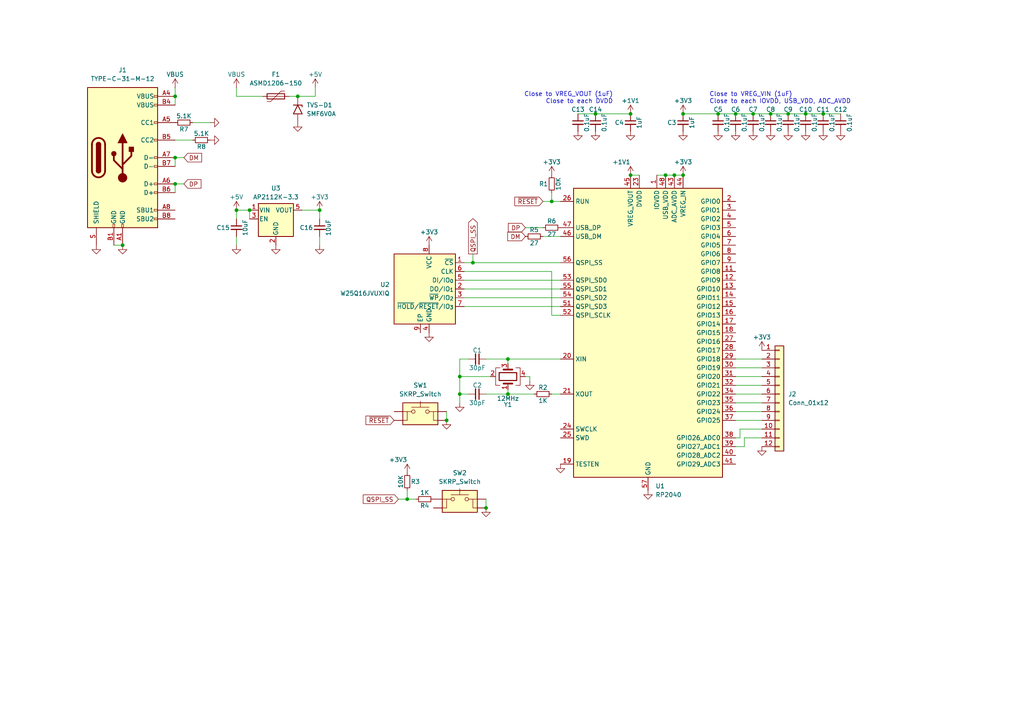
<source format=kicad_sch>
(kicad_sch (version 20250114) (generator "eeschema") (generator_version "9.0")
  (paper "A4")
  (lib_symbols
    (symbol "Connector_Generic:Conn_01x12" (pin_names (offset 1.016) (hide yes))
      (property "Reference" "J" (at 0 15.24 0))
      (property "Value" "Conn_01x12" (at 0 -17.78 0))
      (symbol "Conn_01x12_1_1"
        (rectangle (start -1.27 13.97) (end 1.27 -16.51) (stroke (width 0.254)) (fill (type background)))
        (rectangle (start -1.27 12.827) (end 0 12.573) (stroke (width 0.1524)))
        (rectangle (start -1.27 10.287) (end 0 10.033) (stroke (width 0.1524)))
        (rectangle (start -1.27 7.747) (end 0 7.493) (stroke (width 0.1524)))
        (rectangle (start -1.27 5.207) (end 0 4.953) (stroke (width 0.1524)))
        (rectangle (start -1.27 2.667) (end 0 2.413) (stroke (width 0.1524)))
        (rectangle (start -1.27 0.127) (end 0 -0.127) (stroke (width 0.1524)))
        (rectangle (start -1.27 -2.413) (end 0 -2.667) (stroke (width 0.1524)))
        (rectangle (start -1.27 -4.953) (end 0 -5.207) (stroke (width 0.1524)))
        (rectangle (start -1.27 -7.493) (end 0 -7.747) (stroke (width 0.1524)))
        (rectangle (start -1.27 -10.033) (end 0 -10.287) (stroke (width 0.1524)))
        (rectangle (start -1.27 -12.573) (end 0 -12.827) (stroke (width 0.1524)))
        (rectangle (start -1.27 -15.113) (end 0 -15.367) (stroke (width 0.1524)))
        (pin passive line (at -5.08 12.7 0) (length 3.81) (name "Pin_1") (number "1"))
        (pin passive line (at -5.08 10.16 0) (length 3.81) (name "Pin_2") (number "2"))
        (pin passive line (at -5.08 7.62 0) (length 3.81) (name "Pin_3") (number "3"))
        (pin passive line (at -5.08 5.08 0) (length 3.81) (name "Pin_4") (number "4"))
        (pin passive line (at -5.08 2.54 0) (length 3.81) (name "Pin_5") (number "5"))
        (pin passive line (at -5.08 0 0) (length 3.81) (name "Pin_6") (number "6"))
        (pin passive line (at -5.08 -2.54 0) (length 3.81) (name "Pin_7") (number "7"))
        (pin passive line (at -5.08 -5.08 0) (length 3.81) (name "Pin_8") (number "8"))
        (pin passive line (at -5.08 -7.62 0) (length 3.81) (name "Pin_9") (number "9"))
        (pin passive line (at -5.08 -10.16 0) (length 3.81) (name "Pin_10") (number "10"))
        (pin passive line (at -5.08 -12.7 0) (length 3.81) (name "Pin_11") (number "11"))
        (pin passive line (at -5.08 -15.24 0) (length 3.81) (name "Pin_12") (number "12"))
      )
    )
    (symbol "Device:C_Small" (pin_numbers (hide yes)) (pin_names (offset 0.254) (hide yes))
      (property "Reference" "C" (at 0.254 1.778 0))
      (property "Value" "C_Small" (at 0.254 -2.032 0))
      (symbol "C_Small_0_1"
        (polyline (pts (xy -1.524 0.508) (xy 1.524 0.508)) (stroke (width 0.3048)))
        (polyline (pts (xy -1.524 -0.508) (xy 1.524 -0.508)) (stroke (width 0.3302)))
      )
      (symbol "C_Small_1_1"
        (pin passive line (at 0 2.54 270) (length 2.032) (name "~") (number "1"))
        (pin passive line (at 0 -2.54 90) (length 2.032) (name "~") (number "2"))
      )
    )
    (symbol "Device:Crystal_GND24" (pin_names (offset 1.016) (hide yes))
      (property "Reference" "Y" (at 3.175 5.08 0))
      (property "Value" "Crystal_GND24" (at 3.175 3.175 0))
      (symbol "Crystal_GND24_0_1"
        (polyline (pts (xy -2.54 2.286) (xy -2.54 3.556) (xy 2.54 3.556) (xy 2.54 2.286)))
        (polyline (pts (xy -2.54 0) (xy -2.032 0)))
        (polyline (pts (xy -2.54 -2.286) (xy -2.54 -3.556) (xy 2.54 -3.556) (xy 2.54 -2.286)))
        (polyline (pts (xy -2.032 -1.27) (xy -2.032 1.27)) (stroke (width 0.508)))
        (rectangle (start -1.143 2.54) (end 1.143 -2.54) (stroke (width 0.3048)))
        (polyline (pts (xy 0 3.556) (xy 0 3.81)))
        (polyline (pts (xy 0 -3.81) (xy 0 -3.556)))
        (polyline (pts (xy 2.032 0) (xy 2.54 0)))
        (polyline (pts (xy 2.032 -1.27) (xy 2.032 1.27)) (stroke (width 0.508)))
      )
      (symbol "Crystal_GND24_1_1"
        (pin passive line (at -3.81 0 0) (length 1.27) (name "1") (number "1"))
        (pin passive line (at 0 5.08 270) (length 1.27) (name "2") (number "2"))
        (pin passive line (at 0 -5.08 90) (length 1.27) (name "4") (number "4"))
        (pin passive line (at 3.81 0 180) (length 1.27) (name "3") (number "3"))
      )
    )
    (symbol "Device:Polyfuse" (pin_numbers (hide yes)) (pin_names (offset 0))
      (property "Reference" "F" (at -2.54 0 90))
      (property "Value" "Polyfuse" (at 2.54 0 90))
      (symbol "Polyfuse_0_1"
        (polyline (pts (xy -1.524 2.54) (xy -1.524 1.524) (xy 1.524 -1.524) (xy 1.524 -2.54)))
        (rectangle (start -0.762 2.54) (end 0.762 -2.54) (stroke (width 0.254)))
        (polyline (pts (xy 0 2.54) (xy 0 -2.54)))
      )
      (symbol "Polyfuse_1_1"
        (pin passive line (at 0 3.81 270) (length 1.27) (name "~") (number "1"))
        (pin passive line (at 0 -3.81 90) (length 1.27) (name "~") (number "2"))
      )
    )
    (symbol "Device:R_Small" (pin_numbers (hide yes)) (pin_names (offset 0.254) (hide yes))
      (property "Reference" "R" (at 0.762 0.508 0))
      (property "Value" "R_Small" (at 0.762 -1.016 0))
      (symbol "R_Small_0_1"
        (rectangle (start -0.762 1.778) (end 0.762 -1.778) (stroke (width 0.2032)))
      )
      (symbol "R_Small_1_1"
        (pin passive line (at 0 2.54 270) (length 0.762) (name "~") (number "1"))
        (pin passive line (at 0 -2.54 90) (length 0.762) (name "~") (number "2"))
      )
    )
    (symbol "Diode:SMF6V0A" (pin_numbers (hide yes)) (pin_names (offset 1.016) (hide yes))
      (property "Reference" "D" (at 0 2.54 0))
      (property "Value" "SMF6V0A" (at 0 -2.54 0))
      (symbol "SMF6V0A_0_1"
        (polyline (pts (xy -0.762 1.27) (xy -1.27 1.27) (xy -1.27 -1.27)) (stroke (width 0.254)))
        (polyline (pts (xy 1.27 1.27) (xy 1.27 -1.27) (xy -1.27 0) (xy 1.27 1.27)) (stroke (width 0.254)))
      )
      (symbol "SMF6V0A_1_1"
        (pin passive line (at -3.81 0 0) (length 2.54) (name "A1") (number "1"))
        (pin passive line (at 3.81 0 180) (length 2.54) (name "A2") (number "2"))
      )
    )
    (symbol "Library:SKRP_Switch" (pin_numbers (hide yes)) (pin_names (offset 1.016) (hide yes))
      (property "Reference" "SW" (at 0 7.62 0))
      (property "Value" "SKRP_Switch" (at 0 5.08 0))
      (symbol "SKRP_Switch_0_1"
        (rectangle (start -5.08 2.54) (end 5.08 -3.81) (stroke (width 0.254)) (fill (type background)))
        (polyline (pts (xy -5.08 0) (xy -2.54 0)))
        (polyline (pts (xy -5.08 -2.54) (xy -3.81 -2.54)))
        (polyline (pts (xy -3.81 -2.54) (xy -3.81 0)))
        (circle (center -2.032 0) (radius 0.508))
        (polyline (pts (xy 0 1.27) (xy 0 3.048)))
        (circle (center 2.032 0) (radius 0.508))
        (polyline (pts (xy 2.54 1.27) (xy -2.54 1.27)))
        (polyline (pts (xy 2.54 0) (xy 5.08 0)))
        (polyline (pts (xy 5.08 -2.54) (xy 3.81 -2.54) (xy 3.81 0)))
      )
      (symbol "SKRP_Switch_1_1"
        (pin passive line (at -7.62 0 0) (length 2.54) (name "1") (number "1"))
        (pin passive line (at -7.62 -2.54 0) (length 2.54) (name "r") (number "2"))
        (pin passive line (at 7.62 0 180) (length 2.54) (name "3") (number "3"))
        (pin passive line (at 7.62 -2.54 180) (length 2.54) (name "4") (number "4"))
      )
    )
    (symbol "Library:TYPE-C-31-M-12" (pin_names (offset 1.016))
      (property "Reference" "J" (at 0 24.13 0))
      (property "Value" "TYPE-C-31-M-12" (at 0 21.59 0))
      (symbol "TYPE-C-31-M-12_0_0"
        (rectangle (start -2.794 -19.304) (end -2.286 -20.32))
        (rectangle (start -0.254 -19.304) (end 0.254 -20.32))
        (rectangle (start 9.144 15.494) (end 10.16 14.986))
        (rectangle (start 10.16 18.034) (end 9.144 17.526))
        (rectangle (start 10.16 10.414) (end 9.144 9.906))
        (rectangle (start 10.16 5.334) (end 9.144 4.826))
        (rectangle (start 10.16 0.254) (end 9.144 -0.254))
        (rectangle (start 10.16 -2.286) (end 9.144 -2.794))
        (rectangle (start 10.16 -7.366) (end 9.144 -7.874))
        (rectangle (start 10.16 -9.906) (end 9.144 -10.414))
        (rectangle (start 10.16 -14.986) (end 9.144 -15.494))
        (rectangle (start 10.16 -17.526) (end 9.144 -18.034))
      )
      (symbol "TYPE-C-31-M-12_0_1"
        (rectangle (start -10.16 20.32) (end 10.16 -20.32) (stroke (width 0.254)) (fill (type background)))
        (polyline (pts (xy -8.89 -3.81) (xy -8.89 3.81)) (stroke (width 0.508)))
        (rectangle (start -7.62 -3.81) (end -6.35 3.81) (stroke (width 0.254)) (fill (type outline)))
        (arc (start -7.62 3.81) (mid -6.985 4.4423) (end -6.35 3.81) (stroke (width 0.254)))
        (arc (start -7.62 3.81) (mid -6.985 4.4423) (end -6.35 3.81) (stroke (width 0.254)) (fill (type outline)))
        (arc (start -8.89 3.81) (mid -6.985 5.7067) (end -5.08 3.81) (stroke (width 0.508)))
        (arc (start -5.08 -3.81) (mid -6.985 -5.7067) (end -8.89 -3.81) (stroke (width 0.508)))
        (arc (start -6.35 -3.81) (mid -6.985 -4.4423) (end -7.62 -3.81) (stroke (width 0.254)))
        (arc (start -6.35 -3.81) (mid -6.985 -4.4423) (end -7.62 -3.81) (stroke (width 0.254)) (fill (type outline)))
        (polyline (pts (xy -5.08 3.81) (xy -5.08 -3.81)) (stroke (width 0.508)))
      )
      (symbol "TYPE-C-31-M-12_1_1"
        (circle (center -2.54 1.143) (radius 0.635) (stroke (width 0.254)) (fill (type outline)))
        (polyline (pts (xy -1.27 4.318) (xy 0 6.858) (xy 1.27 4.318) (xy -1.27 4.318)) (stroke (width 0.254)) (fill (type outline)))
        (polyline (pts (xy 0 -2.032) (xy 2.54 0.508) (xy 2.54 1.778)) (stroke (width 0.508)))
        (polyline (pts (xy 0 -3.302) (xy -2.54 -0.762) (xy -2.54 0.508)) (stroke (width 0.508)))
        (polyline (pts (xy 0 -5.842) (xy 0 4.318)) (stroke (width 0.508)))
        (circle (center 0 -5.842) (radius 1.27) (fill (type outline)))
        (rectangle (start 1.905 1.778) (end 3.175 3.048) (stroke (width 0.254)) (fill (type outline)))
        (pin passive line (at -7.62 -25.4 90) (length 5.08) (name "SHIELD") (number "S"))
        (pin passive line (at -2.54 -25.4 90) (length 5.08) (name "GND") (number "B1"))
        (pin passive line (at 0 -25.4 90) (length 5.08) (name "GND") (number "A1"))
        (pin passive line (at 15.24 17.78 180) (length 5.08) (name "VBUS") (number "A4"))
        (pin passive line (at 15.24 15.24 180) (length 5.08) (name "VBUS") (number "B4"))
        (pin bidirectional line (at 15.24 10.16 180) (length 5.08) (name "CC1") (number "A5"))
        (pin bidirectional line (at 15.24 5.08 180) (length 5.08) (name "CC2") (number "B5"))
        (pin bidirectional line (at 15.24 0 180) (length 5.08) (name "D-") (number "A7"))
        (pin bidirectional line (at 15.24 -2.54 180) (length 5.08) (name "D-") (number "B7"))
        (pin bidirectional line (at 15.24 -7.62 180) (length 5.08) (name "D+") (number "A6"))
        (pin bidirectional line (at 15.24 -10.16 180) (length 5.08) (name "D+") (number "B6"))
        (pin bidirectional line (at 15.24 -15.24 180) (length 5.08) (name "SBU1") (number "A8"))
        (pin bidirectional line (at 15.24 -17.78 180) (length 5.08) (name "SBU2") (number "B8"))
      )
    )
    (symbol "Library:W25Q16JVUXIQ"
      (property "Reference" "U" (at -6.35 11.43 0))
      (property "Value" "W25Q16JVUXIQ" (at 7.62 11.43 0))
      (symbol "W25Q16JVUXIQ_0_1"
        (rectangle (start -7.62 10.16) (end 10.16 -10.16) (stroke (width 0.254)) (fill (type background)))
      )
      (symbol "W25Q16JVUXIQ_1_1"
        (pin input line (at -10.16 7.62 0) (length 2.54) (name "~{CS}") (number "1"))
        (pin input line (at -10.16 5.08 0) (length 2.54) (name "CLK") (number "6"))
        (pin bidirectional line (at -10.16 2.54 0) (length 2.54) (name "DI/IO_{0}") (number "5"))
        (pin bidirectional line (at -10.16 0 0) (length 2.54) (name "DO/IO_{1}") (number "2"))
        (pin bidirectional line (at -10.16 -2.54 0) (length 2.54) (name "~{WP}/IO_{2}") (number "3"))
        (pin bidirectional line (at -10.16 -5.08 0) (length 2.54) (name "~{HOLD}/~{RESET}/IO_{3}") (number "7"))
        (pin power_in line (at 0 12.7 270) (length 2.54) (name "VCC") (number "8"))
        (pin power_in line (at 0 -12.7 90) (length 2.54) (name "GND") (number "4"))
        (pin passive line (at 2.54 -12.7 90) (length 2.54) (name "EP") (number "9"))
      )
    )
    (symbol "MCU_RaspberryPi:RP2040"
      (property "Reference" "U" (at 17.78 45.72 0))
      (property "Value" "RP2040" (at 17.78 43.18 0))
      (symbol "RP2040_0_1"
        (rectangle (start -21.59 41.91) (end 21.59 -41.91) (stroke (width 0.254)) (fill (type background)))
      )
      (symbol "RP2040_1_1"
        (pin input line (at -25.4 38.1 0) (length 3.81) (name "RUN") (number "26"))
        (pin bidirectional line (at -25.4 30.48 0) (length 3.81) (name "USB_DP") (number "47"))
        (pin bidirectional line (at -25.4 27.94 0) (length 3.81) (name "USB_DM") (number "46"))
        (pin bidirectional line (at -25.4 20.32 0) (length 3.81) (name "QSPI_SS") (number "56"))
        (pin bidirectional line (at -25.4 15.24 0) (length 3.81) (name "QSPI_SD0") (number "53"))
        (pin bidirectional line (at -25.4 12.7 0) (length 3.81) (name "QSPI_SD1") (number "55"))
        (pin bidirectional line (at -25.4 10.16 0) (length 3.81) (name "QSPI_SD2") (number "54"))
        (pin bidirectional line (at -25.4 7.62 0) (length 3.81) (name "QSPI_SD3") (number "51"))
        (pin output line (at -25.4 5.08 0) (length 3.81) (name "QSPI_SCLK") (number "52"))
        (pin input line (at -25.4 -7.62 0) (length 3.81) (name "XIN") (number "20"))
        (pin passive line (at -25.4 -17.78 0) (length 3.81) (name "XOUT") (number "21"))
        (pin input line (at -25.4 -27.94 0) (length 3.81) (name "SWCLK") (number "24"))
        (pin bidirectional line (at -25.4 -30.48 0) (length 3.81) (name "SWD") (number "25"))
        (pin input line (at -25.4 -38.1 0) (length 3.81) (name "TESTEN") (number "19"))
        (pin power_out line (at -5.08 45.72 270) (length 3.81) (name "VREG_VOUT") (number "45"))
        (pin power_in line (at -2.54 45.72 270) (length 3.81) (name "DVDD") (number "23"))
        (pin passive line (at -2.54 45.72 270) (length 3.81) (hide yes) (name "DVDD") (number "50"))
        (pin power_in line (at 0 -45.72 90) (length 3.81) (name "GND") (number "57"))
        (pin power_in line (at 2.54 45.72 270) (length 3.81) (name "IOVDD") (number "1"))
        (pin passive line (at 2.54 45.72 270) (length 3.81) (hide yes) (name "IOVDD") (number "10"))
        (pin passive line (at 2.54 45.72 270) (length 3.81) (hide yes) (name "IOVDD") (number "22"))
        (pin passive line (at 2.54 45.72 270) (length 3.81) (hide yes) (name "IOVDD") (number "33"))
        (pin passive line (at 2.54 45.72 270) (length 3.81) (hide yes) (name "IOVDD") (number "42"))
        (pin passive line (at 2.54 45.72 270) (length 3.81) (hide yes) (name "IOVDD") (number "49"))
        (pin power_in line (at 5.08 45.72 270) (length 3.81) (name "USB_VDD") (number "48"))
        (pin power_in line (at 7.62 45.72 270) (length 3.81) (name "ADC_AVDD") (number "43"))
        (pin power_in line (at 10.16 45.72 270) (length 3.81) (name "VREG_IN") (number "44"))
        (pin bidirectional line (at 25.4 38.1 180) (length 3.81) (name "GPIO0") (number "2"))
        (pin bidirectional line (at 25.4 35.56 180) (length 3.81) (name "GPIO1") (number "3"))
        (pin bidirectional line (at 25.4 33.02 180) (length 3.81) (name "GPIO2") (number "4"))
        (pin bidirectional line (at 25.4 30.48 180) (length 3.81) (name "GPIO3") (number "5"))
        (pin bidirectional line (at 25.4 27.94 180) (length 3.81) (name "GPIO4") (number "6"))
        (pin bidirectional line (at 25.4 25.4 180) (length 3.81) (name "GPIO5") (number "7"))
        (pin bidirectional line (at 25.4 22.86 180) (length 3.81) (name "GPIO6") (number "8"))
        (pin bidirectional line (at 25.4 20.32 180) (length 3.81) (name "GPIO7") (number "9"))
        (pin bidirectional line (at 25.4 17.78 180) (length 3.81) (name "GPIO8") (number "11"))
        (pin bidirectional line (at 25.4 15.24 180) (length 3.81) (name "GPIO9") (number "12"))
        (pin bidirectional line (at 25.4 12.7 180) (length 3.81) (name "GPIO10") (number "13"))
        (pin bidirectional line (at 25.4 10.16 180) (length 3.81) (name "GPIO11") (number "14"))
        (pin bidirectional line (at 25.4 7.62 180) (length 3.81) (name "GPIO12") (number "15"))
        (pin bidirectional line (at 25.4 5.08 180) (length 3.81) (name "GPIO13") (number "16"))
        (pin bidirectional line (at 25.4 2.54 180) (length 3.81) (name "GPIO14") (number "17"))
        (pin bidirectional line (at 25.4 0 180) (length 3.81) (name "GPIO15") (number "18"))
        (pin bidirectional line (at 25.4 -2.54 180) (length 3.81) (name "GPIO16") (number "27"))
        (pin bidirectional line (at 25.4 -5.08 180) (length 3.81) (name "GPIO17") (number "28"))
        (pin bidirectional line (at 25.4 -7.62 180) (length 3.81) (name "GPIO18") (number "29"))
        (pin bidirectional line (at 25.4 -10.16 180) (length 3.81) (name "GPIO19") (number "30"))
        (pin bidirectional line (at 25.4 -12.7 180) (length 3.81) (name "GPIO20") (number "31"))
        (pin bidirectional line (at 25.4 -15.24 180) (length 3.81) (name "GPIO21") (number "32"))
        (pin bidirectional line (at 25.4 -17.78 180) (length 3.81) (name "GPIO22") (number "34"))
        (pin bidirectional line (at 25.4 -20.32 180) (length 3.81) (name "GPIO23") (number "35"))
        (pin bidirectional line (at 25.4 -22.86 180) (length 3.81) (name "GPIO24") (number "36"))
        (pin bidirectional line (at 25.4 -25.4 180) (length 3.81) (name "GPIO25") (number "37"))
        (pin bidirectional line (at 25.4 -30.48 180) (length 3.81) (name "GPIO26_ADC0") (number "38"))
        (pin bidirectional line (at 25.4 -33.02 180) (length 3.81) (name "GPIO27_ADC1") (number "39"))
        (pin bidirectional line (at 25.4 -35.56 180) (length 3.81) (name "GPIO28_ADC2") (number "40"))
        (pin bidirectional line (at 25.4 -38.1 180) (length 3.81) (name "GPIO29_ADC3") (number "41"))
      )
    )
    (symbol "Regulator_Linear:AP2112K-3.3" (pin_names (offset 0.254))
      (property "Reference" "U" (at -5.08 5.715 0))
      (property "Value" "AP2112K-3.3" (at 0 5.715 0))
      (symbol "AP2112K-3.3_0_1"
        (rectangle (start -5.08 4.445) (end 5.08 -5.08) (stroke (width 0.254)) (fill (type background)))
      )
      (symbol "AP2112K-3.3_1_1"
        (pin power_in line (at -7.62 2.54 0) (length 2.54) (name "VIN") (number "1"))
        (pin input line (at -7.62 0 0) (length 2.54) (name "EN") (number "3"))
        (pin power_in line (at 0 -7.62 90) (length 2.54) (name "GND") (number "2"))
        (pin no_connect line (at 5.08 0 180) (length 2.54) (hide yes) (name "NC") (number "4"))
        (pin power_out line (at 7.62 2.54 180) (length 2.54) (name "VOUT") (number "5"))
      )
    )
    (symbol "power:+1V1" (power) (pin_names (offset 0))
      (property "Value" "+1V1" (at 0 3.556 0))
      (symbol "+1V1_0_1"
        (polyline (pts (xy -0.762 1.27) (xy 0 2.54)))
        (polyline (pts (xy 0 2.54) (xy 0.762 1.27)))
        (polyline (pts (xy 0 0) (xy 0 2.54)))
      )
      (symbol "+1V1_1_1"
        (pin power_in line (at 0 0 90) (length 0) (hide yes) (name "+1V1") (number "1"))
      )
    )
    (symbol "power:+3V3" (power) (pin_names (offset 0))
      (property "Value" "+3V3" (at 0 3.556 0))
      (symbol "+3V3_0_1"
        (polyline (pts (xy -0.762 1.27) (xy 0 2.54)))
        (polyline (pts (xy 0 2.54) (xy 0.762 1.27)))
        (polyline (pts (xy 0 0) (xy 0 2.54)))
      )
      (symbol "+3V3_1_1"
        (pin power_in line (at 0 0 90) (length 0) (hide yes) (name "+3V3") (number "1"))
      )
    )
    (symbol "power:+5V" (power) (pin_names (offset 0))
      (property "Value" "+5V" (at 0 3.556 0))
      (symbol "+5V_0_1"
        (polyline (pts (xy -0.762 1.27) (xy 0 2.54)))
        (polyline (pts (xy 0 2.54) (xy 0.762 1.27)))
        (polyline (pts (xy 0 0) (xy 0 2.54)))
      )
      (symbol "+5V_1_1"
        (pin power_in line (at 0 0 90) (length 0) (hide yes) (name "+5V") (number "1"))
      )
    )
    (symbol "power:GND" (power) (pin_names (offset 0))
      (property "Value" "GND" (at 0 -3.81 0))
      (symbol "GND_0_1"
        (polyline (pts (xy 0 0) (xy 0 -1.27) (xy 1.27 -1.27) (xy 0 -2.54) (xy -1.27 -1.27) (xy 0 -1.27)))
      )
      (symbol "GND_1_1"
        (pin power_in line (at 0 0 270) (length 0) (hide yes) (name "GND") (number "1"))
      )
    )
    (symbol "power:VBUS" (power) (pin_numbers (hide yes)) (pin_names (offset 0) (hide yes))
      (property "Value" "VBUS" (at 0 3.556 0))
      (symbol "VBUS_0_1"
        (polyline (pts (xy -0.762 1.27) (xy 0 2.54)))
        (polyline (pts (xy 0 2.54) (xy 0.762 1.27)))
        (polyline (pts (xy 0 0) (xy 0 2.54)))
      )
      (symbol "VBUS_1_1"
        (pin power_in line (at 0 0 90) (length 0) (name "~") (number "1"))
      )
    )
  )
  (text "Close to VREG_VIN (1uF)\nClose to each IOVDD, USB_VDD, ADC_AVDD" (at 205.74 30.226 0) (effects (font (size 1.27 1.27)) (justify left bottom)))
  (text "Close to VREG_VOUT (1uF)\nClose to each DVDD" (at 177.8 30.226 0) (effects (font (size 1.27 1.27)) (justify right bottom)))
  (junction (at 208.28 33.02))
  (junction (at 50.8 27.94))
  (junction (at 182.88 50.8))
  (junction (at 133.35 109.22))
  (junction (at 68.58 60.96))
  (junction (at 92.71 60.96))
  (junction (at 118.11 144.78))
  (junction (at 35.56 71.12))
  (junction (at 129.54 121.92))
  (junction (at 50.8 45.72))
  (junction (at 172.72 33.02))
  (junction (at 198.12 50.8))
  (junction (at 133.35 114.3))
  (junction (at 195.58 50.8))
  (junction (at 228.6 33.02))
  (junction (at 193.04 50.8))
  (junction (at 147.32 104.14))
  (junction (at 160.02 58.42))
  (junction (at 223.52 33.02))
  (junction (at 198.12 33.02))
  (junction (at 50.8 53.34))
  (junction (at 182.88 33.02))
  (junction (at 86.36 27.94))
  (junction (at 218.44 33.02))
  (junction (at 213.36 33.02))
  (junction (at 147.32 114.3))
  (junction (at 238.76 33.02))
  (junction (at 72.39 60.96))
  (junction (at 233.68 33.02))
  (junction (at 140.97 147.32))
  (junction (at 137.16 76.2))
  (wire (pts (xy 213.36 121.92) (xy 220.98 121.92)))
  (wire (pts (xy 214.63 127) (xy 214.63 124.46)))
  (wire (pts (xy 134.62 76.2) (xy 137.16 76.2)))
  (wire (pts (xy 50.8 45.72) (xy 53.34 45.72)))
  (wire (pts (xy 152.4 66.04) (xy 157.48 66.04)))
  (wire (pts (xy 55.88 35.56) (xy 60.96 35.56)))
  (wire (pts (xy 140.97 144.78) (xy 140.97 147.32)))
  (wire (pts (xy 134.62 81.28) (xy 162.56 81.28)))
  (wire (pts (xy 50.8 25.4) (xy 50.8 27.94)))
  (wire (pts (xy 140.97 104.14) (xy 147.32 104.14)))
  (wire (pts (xy 133.35 114.3) (xy 133.35 116.84)))
  (wire (pts (xy 213.36 119.38) (xy 220.98 119.38)))
  (wire (pts (xy 213.36 104.14) (xy 220.98 104.14)))
  (wire (pts (xy 68.58 60.96) (xy 68.58 63.5)))
  (wire (pts (xy 92.71 68.58) (xy 92.71 71.12)))
  (wire (pts (xy 86.36 27.94) (xy 91.44 27.94)))
  (wire (pts (xy 172.72 33.02) (xy 182.88 33.02)))
  (wire (pts (xy 68.58 68.58) (xy 68.58 71.12)))
  (wire (pts (xy 213.36 109.22) (xy 220.98 109.22)))
  (wire (pts (xy 83.82 27.94) (xy 86.36 27.94)))
  (wire (pts (xy 215.9 129.54) (xy 215.9 127)))
  (wire (pts (xy 193.04 50.8) (xy 195.58 50.8)))
  (wire (pts (xy 68.58 27.94) (xy 76.2 27.94)))
  (wire (pts (xy 33.02 71.12) (xy 35.56 71.12)))
  (wire (pts (xy 157.48 58.42) (xy 160.02 58.42)))
  (wire (pts (xy 213.36 114.3) (xy 220.98 114.3)))
  (wire (pts (xy 223.52 33.02) (xy 228.6 33.02)))
  (wire (pts (xy 133.35 109.22) (xy 142.24 109.22)))
  (wire (pts (xy 195.58 50.8) (xy 198.12 50.8)))
  (wire (pts (xy 213.36 106.68) (xy 220.98 106.68)))
  (wire (pts (xy 208.28 33.02) (xy 213.36 33.02)))
  (wire (pts (xy 147.32 113.03) (xy 147.32 114.3)))
  (wire (pts (xy 140.97 114.3) (xy 147.32 114.3)))
  (wire (pts (xy 160.02 58.42) (xy 162.56 58.42)))
  (wire (pts (xy 50.8 40.64) (xy 55.88 40.64)))
  (wire (pts (xy 167.64 33.02) (xy 172.72 33.02)))
  (wire (pts (xy 152.4 109.22) (xy 153.67 109.22)))
  (wire (pts (xy 137.16 73.66) (xy 137.16 76.2)))
  (wire (pts (xy 160.02 55.88) (xy 160.02 58.42)))
  (wire (pts (xy 213.36 33.02) (xy 218.44 33.02)))
  (wire (pts (xy 190.5 50.8) (xy 193.04 50.8)))
  (wire (pts (xy 133.35 104.14) (xy 133.35 109.22)))
  (wire (pts (xy 135.89 114.3) (xy 133.35 114.3)))
  (wire (pts (xy 160.02 114.3) (xy 162.56 114.3)))
  (wire (pts (xy 147.32 114.3) (xy 154.94 114.3)))
  (wire (pts (xy 137.16 76.2) (xy 162.56 76.2)))
  (wire (pts (xy 87.63 60.96) (xy 92.71 60.96)))
  (wire (pts (xy 233.68 33.02) (xy 238.76 33.02)))
  (wire (pts (xy 135.89 104.14) (xy 133.35 104.14)))
  (wire (pts (xy 153.67 109.22) (xy 153.67 110.49)))
  (wire (pts (xy 213.36 111.76) (xy 220.98 111.76)))
  (wire (pts (xy 134.62 83.82) (xy 162.56 83.82)))
  (wire (pts (xy 50.8 53.34) (xy 53.34 53.34)))
  (wire (pts (xy 133.35 109.22) (xy 133.35 114.3)))
  (wire (pts (xy 134.62 78.74) (xy 160.02 78.74)))
  (wire (pts (xy 215.9 127) (xy 220.98 127)))
  (wire (pts (xy 72.39 60.96) (xy 72.39 63.5)))
  (wire (pts (xy 162.56 91.44) (xy 160.02 91.44)))
  (wire (pts (xy 157.48 68.58) (xy 162.56 68.58)))
  (wire (pts (xy 147.32 104.14) (xy 162.56 104.14)))
  (wire (pts (xy 120.65 144.78) (xy 118.11 144.78)))
  (wire (pts (xy 50.8 27.94) (xy 50.8 30.48)))
  (wire (pts (xy 134.62 86.36) (xy 162.56 86.36)))
  (wire (pts (xy 68.58 25.4) (xy 68.58 27.94)))
  (wire (pts (xy 50.8 53.34) (xy 50.8 55.88)))
  (wire (pts (xy 160.02 91.44) (xy 160.02 78.74)))
  (wire (pts (xy 50.8 45.72) (xy 50.8 48.26)))
  (wire (pts (xy 91.44 25.4) (xy 91.44 27.94)))
  (wire (pts (xy 198.12 33.02) (xy 208.28 33.02)))
  (wire (pts (xy 228.6 33.02) (xy 233.68 33.02)))
  (wire (pts (xy 68.58 60.96) (xy 72.39 60.96)))
  (wire (pts (xy 218.44 33.02) (xy 223.52 33.02)))
  (wire (pts (xy 92.71 60.96) (xy 92.71 63.5)))
  (wire (pts (xy 213.36 127) (xy 214.63 127)))
  (wire (pts (xy 214.63 124.46) (xy 220.98 124.46)))
  (wire (pts (xy 118.11 144.78) (xy 115.57 144.78)))
  (wire (pts (xy 182.88 50.8) (xy 185.42 50.8)))
  (wire (pts (xy 213.36 129.54) (xy 215.9 129.54)))
  (wire (pts (xy 238.76 33.02) (xy 243.84 33.02)))
  (wire (pts (xy 147.32 104.14) (xy 147.32 105.41)))
  (wire (pts (xy 213.36 116.84) (xy 220.98 116.84)))
  (wire (pts (xy 134.62 88.9) (xy 162.56 88.9)))
  (wire (pts (xy 129.54 119.38) (xy 129.54 121.92)))
  (wire (pts (xy 118.11 142.24) (xy 118.11 144.78)))
  (global_label "DM" (shape input) (at 53.34 45.72 0) (property "Intersheetrefs" "${INTERSHEET_REFS}" (effects (hide yes))))
  (global_label "DM" (shape input) (at 152.4 68.58 180) (property "Intersheetrefs" "${INTERSHEET_REFS}" (effects (hide yes))))
  (global_label "~{RESET}" (shape input) (at 114.3 121.92 180) (property "Intersheetrefs" "${INTERSHEET_REFS}" (effects (hide yes))))
  (global_label "QSPI_SS" (shape input) (at 115.57 144.78 180) (property "Intersheetrefs" "${INTERSHEET_REFS}" (effects (hide yes))))
  (global_label "DP" (shape input) (at 53.34 53.34 0) (property "Intersheetrefs" "${INTERSHEET_REFS}" (effects (hide yes))))
  (global_label "DP" (shape input) (at 152.4 66.04 180) (property "Intersheetrefs" "${INTERSHEET_REFS}" (effects (hide yes))))
  (global_label "~{RESET}" (shape input) (at 157.48 58.42 180) (property "Intersheetrefs" "${INTERSHEET_REFS}" (effects (hide yes))))
  (global_label "QSPI_SS" (shape output) (at 137.16 73.66 90) (property "Intersheetrefs" "${INTERSHEET_REFS}" (effects (hide yes))))
  (symbol (lib_id "power:GND") (at 153.67 110.49 0) (unit 1)
    (property "Reference" "#PWR02" (effects (hide yes)))
    (property "Value" "GND" (effects (hide yes)))
  )
  (symbol (lib_id "power:VBUS") (at 50.8 25.4 0) (unit 1)
    (property "Reference" "#PWR036" (effects (hide yes)))
    (property "Value" "VBUS" (at 50.8 21.59 0))
    (property "Description" "Power symbol creates a global label with name \"VBUS\"" (effects (hide yes)))
  )
  (symbol (lib_id "Regulator_Linear:AP2112K-3.3") (at 80.01 63.5 0) (unit 1)
    (property "Reference" "U3" (at 80.01 54.61 0))
    (property "Value" "AP2112K-3.3" (at 80.01 57.15 0))
    (property "Footprint" "Library:SOT25" (effects (hide yes)))
    (property "Datasheet" "https://www.diodes.com/assets/Datasheets/AP2112.pdf" (effects (hide yes)))
    (property "Description" "600mA low dropout linear regulator, with enable pin, 3.8V-6V input voltage range, 3.3V fixed positive output, SOT-23-5" (effects (hide yes)))
  )
  (symbol (lib_id "Device:C_Small") (at 92.71 66.04 0) (unit 1)
    (property "Reference" "C16" (at 90.805 66.04 0) (effects (justify right)))
    (property "Value" "10uF" (at 95.25 66.04 90))
    (property "Footprint" "Library:C_0402" (effects (hide yes)))
    (property "LCSC" "C15525" (effects (hide yes)))
  )
  (symbol (lib_id "power:GND") (at 35.56 71.12 0) (unit 1)
    (property "Reference" "#PWR031" (effects (hide yes)))
    (property "Value" "GND" (effects (hide yes)))
  )
  (symbol (lib_id "power:+1V1") (at 182.88 33.02 0) (unit 1)
    (property "Reference" "#PWR06" (effects (hide yes)))
    (property "Value" "+1V1" (at 182.88 29.21 0))
  )
  (symbol (lib_id "power:GND") (at 92.71 71.12 0) (unit 1)
    (property "Reference" "#PWR016" (effects (hide yes)))
    (property "Value" "GND" (effects (hide yes)))
  )
  (symbol (lib_id "power:GND") (at 218.44 38.1 0) (unit 1)
    (property "Reference" "#PWR025" (effects (hide yes)))
    (property "Value" "GND" (effects (hide yes)))
  )
  (symbol (lib_id "power:VBUS") (at 68.58 25.4 0) (unit 1)
    (property "Reference" "#PWR017" (effects (hide yes)))
    (property "Value" "VBUS" (at 68.58 21.59 0))
    (property "Description" "Power symbol creates a global label with name \"VBUS\"" (effects (hide yes)))
  )
  (symbol (lib_id "power:+3V3") (at 198.12 33.02 0) (unit 1)
    (property "Reference" "#PWR018" (effects (hide yes)))
    (property "Value" "+3V3" (at 198.12 29.21 0))
  )
  (symbol (lib_id "power:+3V3") (at 124.46 71.12 0) (unit 1)
    (property "Reference" "#PWR09" (effects (hide yes)))
    (property "Value" "+3V3" (at 124.46 67.31 0))
  )
  (symbol (lib_id "power:GND") (at 228.6 38.1 0) (unit 1)
    (property "Reference" "#PWR029" (effects (hide yes)))
    (property "Value" "GND" (effects (hide yes)))
  )
  (symbol (lib_id "power:GND") (at 182.88 38.1 0) (unit 1)
    (property "Reference" "#PWR07" (effects (hide yes)))
    (property "Value" "GND" (effects (hide yes)))
  )
  (symbol (lib_id "power:GND") (at 86.36 35.56 0) (unit 1)
    (property "Reference" "#PWR038" (effects (hide yes)))
    (property "Value" "GND" (effects (hide yes)))
  )
  (symbol (lib_id "Diode:SMF6V0A") (at 86.36 31.75 270) (unit 1)
    (property "Reference" "TVS-D1" (at 88.9 30.4799 90) (effects (justify left)))
    (property "Value" "SMF6V0A" (at 88.9 33.0199 90) (effects (justify left)))
    (property "Footprint" "Library:SMF6.0A" (effects (hide yes)))
    (property "LCSC" "C178260" (effects (hide yes)))
  )
  (symbol (lib_id "power:+5V") (at 68.58 60.96 0) (unit 1)
    (property "Reference" "#PWR015" (effects (hide yes)))
    (property "Value" "+5V" (at 68.58 57.15 0))
  )
  (symbol (lib_id "Device:R_Small") (at 157.48 114.3 270) (unit 1)
    (property "Reference" "R2" (at 157.48 112.395 90))
    (property "Value" "1K" (at 157.48 116.205 90))
    (property "Footprint" "Library:R_0402" (effects (hide yes)))
    (property "LCSC" "C11702" (effects (hide yes)))
  )
  (symbol (lib_id "power:GND") (at 198.12 38.1 0) (unit 1)
    (property "Reference" "#PWR019" (effects (hide yes)))
    (property "Value" "GND" (effects (hide yes)))
  )
  (symbol (lib_id "power:+3V3") (at 118.11 137.16 0) (mirror y) (unit 1)
    (property "Reference" "#PWR024" (effects (hide yes)))
    (property "Value" "+3V3" (at 118.11 133.35 0) (effects (justify left)))
  )
  (symbol (lib_id "power:GND") (at 187.96 142.24 0) (unit 1)
    (property "Reference" "#PWR08" (effects (hide yes)))
    (property "Value" "GND" (effects (hide yes)))
  )
  (symbol (lib_id "Device:C_Small") (at 138.43 114.3 270) (unit 1)
    (property "Reference" "C2" (at 138.43 111.76 90))
    (property "Value" "30pF" (at 138.43 116.84 90))
    (property "Footprint" "Library:C_0402" (effects (hide yes)))
    (property "LCSC" "C1570" (effects (hide yes)))
  )
  (symbol (lib_id "power:GND") (at 167.64 38.1 0) (unit 1)
    (property "Reference" "#PWR0101" (effects (hide yes)))
    (property "Value" "GND" (effects (hide yes)))
  )
  (symbol (lib_id "Library:SKRP_Switch") (at 121.92 119.38 0) (unit 1)
    (property "Reference" "SW1" (at 121.92 111.76 0))
    (property "Value" "SKRP_Switch" (at 121.92 114.3 0))
    (property "Footprint" "Library:SKRP_Switch" (effects (hide yes)))
  )
  (symbol (lib_id "power:GND") (at 80.01 71.12 0) (unit 1)
    (property "Reference" "#PWR013" (effects (hide yes)))
    (property "Value" "GND" (effects (hide yes)))
  )
  (symbol (lib_id "power:GND") (at 162.56 134.62 0) (unit 1)
    (property "Reference" "#PWR011" (effects (hide yes)))
    (property "Value" "GND" (effects (hide yes)))
  )
  (symbol (lib_id "Library:W25Q16JVUXIQ") (at 124.46 83.82 0) (mirror y) (unit 1)
    (property "Reference" "U2" (at 113.03 82.5499 0) (effects (justify left)))
    (property "Value" "W25Q16JVUXIQ" (at 113.03 85.0899 0) (effects (justify left)))
    (property "Footprint" "Library:W25Q16JVUXIQ" (effects (hide yes)))
    (property "Description" "16Mbit / 2MiB Serial Flash Memory, Standard/Dual/Quad SPI, 2.7-3.6V, USON-8 2x3mm" (effects (hide yes)))
  )
  (symbol (lib_id "Device:R_Small") (at 118.11 139.7 0) (mirror y) (unit 1)
    (property "Reference" "R3" (at 119.126 139.7 0) (effects (justify right)))
    (property "Value" "10K" (at 116.205 139.7 90))
    (property "Footprint" "Library:R_0402" (effects (hide yes)))
    (property "LCSC" "C25744" (effects (hide yes)))
  )
  (symbol (lib_id "power:GND") (at 133.35 116.84 0) (unit 1)
    (property "Reference" "#PWR01" (effects (hide yes)))
    (property "Value" "GND" (effects (hide yes)))
  )
  (symbol (lib_id "power:GND") (at 124.46 96.52 0) (unit 1)
    (property "Reference" "#PWR010" (effects (hide yes)))
    (property "Value" "GND" (effects (hide yes)))
  )
  (symbol (lib_id "power:GND") (at 213.36 38.1 0) (unit 1)
    (property "Reference" "#PWR023" (effects (hide yes)))
    (property "Value" "GND" (effects (hide yes)))
  )
  (symbol (lib_id "Device:C_Small") (at 208.28 35.56 0) (unit 1)
    (property "Reference" "C5" (at 208.28 31.75 0))
    (property "Value" "0.1uF" (at 210.82 35.56 90))
    (property "Footprint" "Library:C_0402" (effects (hide yes)))
    (property "LCSC" "C307331" (effects (hide yes)))
  )
  (symbol (lib_id "Device:C_Small") (at 167.64 35.56 0) (unit 1)
    (property "Reference" "C13" (at 167.64 31.75 0))
    (property "Value" "0.1uF" (at 170.18 35.56 90))
    (property "Footprint" "Library:C_0402" (effects (hide yes)))
    (property "LCSC" "C307331" (effects (hide yes)))
  )
  (symbol (lib_id "power:+3V3") (at 220.98 101.6 0) (unit 1)
    (property "Reference" "#PWR047" (effects (hide yes)))
    (property "Value" "+3V3" (at 220.98 97.79 0))
  )
  (symbol (lib_id "Device:R_Small") (at 160.02 66.04 270) (unit 1)
    (property "Reference" "R6" (at 160.02 64.135 90))
    (property "Value" "27" (at 160.02 67.945 90))
    (property "Footprint" "Library:R_0402" (effects (hide yes)))
    (property "LCSC" "C352446" (effects (hide yes)))
  )
  (symbol (lib_id "Connector_Generic:Conn_01x12") (at 226.06 114.3 0) (unit 1)
    (property "Reference" "J2" (at 228.6 114.2999 0) (effects (justify left)))
    (property "Value" "Conn_01x12" (at 228.6 116.8399 0) (effects (justify left)))
    (property "Footprint" "Library:AFC01-S12FCC-00" (effects (hide yes)))
    (property "Description" "Generic connector, single row, 01x12, script generated (kicad-library-utils/schlib/autogen/connector/)" (effects (hide yes)))
  )
  (symbol (lib_id "power:+5V") (at 91.44 25.4 0) (unit 1)
    (property "Reference" "#PWR037" (effects (hide yes)))
    (property "Value" "+5V" (at 91.44 21.59 0))
  )
  (symbol (lib_id "Device:R_Small") (at 160.02 53.34 0) (unit 1)
    (property "Reference" "R1" (at 159.004 53.34 0) (effects (justify right)))
    (property "Value" "10K" (at 161.925 53.34 90))
    (property "Footprint" "Library:R_0402" (effects (hide yes)))
    (property "LCSC" "C25744" (effects (hide yes)))
  )
  (symbol (lib_id "power:GND") (at 238.76 38.1 0) (unit 1)
    (property "Reference" "#PWR033" (effects (hide yes)))
    (property "Value" "GND" (effects (hide yes)))
  )
  (symbol (lib_id "power:+3V3") (at 92.71 60.96 0) (unit 1)
    (property "Reference" "#PWR022" (effects (hide yes)))
    (property "Value" "+3V3" (at 92.71 57.15 0))
  )
  (symbol (lib_id "power:GND") (at 223.52 38.1 0) (unit 1)
    (property "Reference" "#PWR028" (effects (hide yes)))
    (property "Value" "GND" (effects (hide yes)))
  )
  (symbol (lib_id "power:GND") (at 27.94 71.12 0) (unit 1)
    (property "Reference" "#PWR034" (effects (hide yes)))
    (property "Value" "GND" (effects (hide yes)))
  )
  (symbol (lib_id "power:GND") (at 68.58 71.12 0) (unit 1)
    (property "Reference" "#PWR014" (effects (hide yes)))
    (property "Value" "GND" (effects (hide yes)))
  )
  (symbol (lib_id "Device:R_Small") (at 53.34 35.56 90) (unit 1)
    (property "Reference" "R7" (at 53.34 37.465 90))
    (property "Value" "5.1K" (at 53.34 33.655 90))
    (property "Footprint" "Library:R_0402" (effects (hide yes)))
    (property "LCSC" "C25905" (effects (hide yes)))
  )
  (symbol (lib_id "power:GND") (at 220.98 129.54 0) (unit 1)
    (property "Reference" "#PWR046" (effects (hide yes)))
    (property "Value" "GND" (effects (hide yes)))
  )
  (symbol (lib_id "Device:R_Small") (at 154.94 68.58 270) (unit 1)
    (property "Reference" "R5" (at 154.94 66.675 90))
    (property "Value" "27" (at 154.94 70.485 90))
    (property "Footprint" "Library:R_0402" (effects (hide yes)))
    (property "LCSC" "C352446" (effects (hide yes)))
  )
  (symbol (lib_id "power:GND") (at 140.97 147.32 0) (mirror y) (unit 1)
    (property "Reference" "#PWR040" (effects (hide yes)))
    (property "Value" "GND" (effects (hide yes)))
  )
  (symbol (lib_id "Library:TYPE-C-31-M-12") (at 35.56 45.72 0) (unit 1)
    (property "Reference" "J1" (at 35.56 20.32 0))
    (property "Value" "TYPE-C-31-M-12" (at 35.56 22.86 0))
    (property "Footprint" "Library:TYPE-C-31-M-12" (effects (hide yes)))
    (property "LCSC" "C165948" (effects (hide yes)))
  )
  (symbol (lib_id "power:GND") (at 60.96 40.64 90) (unit 1)
    (property "Reference" "#PWR020" (effects (hide yes)))
    (property "Value" "GND" (effects (hide yes)))
  )
  (symbol (lib_id "Device:C_Small") (at 172.72 35.56 0) (unit 1)
    (property "Reference" "C14" (at 172.72 31.75 0))
    (property "Value" "0.1uF" (at 175.26 35.56 90))
    (property "Footprint" "Library:C_0402" (effects (hide yes)))
    (property "LCSC" "C307331" (effects (hide yes)))
  )
  (symbol (lib_id "Device:C_Small") (at 228.6 35.56 0) (unit 1)
    (property "Reference" "C9" (at 228.6 31.75 0))
    (property "Value" "0.1uF" (at 231.14 35.56 90))
    (property "Footprint" "Library:C_0402" (effects (hide yes)))
    (property "LCSC" "C307331" (effects (hide yes)))
  )
  (symbol (lib_id "power:GND") (at 233.68 38.1 0) (unit 1)
    (property "Reference" "#PWR030" (effects (hide yes)))
    (property "Value" "GND" (effects (hide yes)))
  )
  (symbol (lib_id "Device:Crystal_GND24") (at 147.32 109.22 90) (unit 1)
    (property "Reference" "Y1" (at 147.32 117.348 90))
    (property "Value" "12MHz" (at 147.32 115.57 90))
    (property "Footprint" "Library:SMD3225-4P" (effects (hide yes)))
    (property "Description" "Four pin crystal, GND on pins 2 and 4" (effects (hide yes)))
    (property "LCSC" "C9002" (effects (hide yes)))
  )
  (symbol (lib_id "Device:C_Small") (at 213.36 35.56 0) (unit 1)
    (property "Reference" "C6" (at 213.36 31.75 0))
    (property "Value" "0.1uF" (at 215.9 35.56 90))
    (property "Footprint" "Library:C_0402" (effects (hide yes)))
    (property "LCSC" "C307331" (effects (hide yes)))
  )
  (symbol (lib_id "Device:C_Small") (at 233.68 35.56 0) (unit 1)
    (property "Reference" "C10" (at 233.68 31.75 0))
    (property "Value" "0.1uF" (at 236.22 35.56 90))
    (property "Footprint" "Library:C_0402" (effects (hide yes)))
    (property "LCSC" "C307331" (effects (hide yes)))
  )
  (symbol (lib_id "Device:C_Small") (at 238.76 35.56 0) (unit 1)
    (property "Reference" "C11" (at 240.665 31.75 0) (effects (justify right)))
    (property "Value" "0.1uF" (at 241.3 35.56 90))
    (property "Footprint" "Library:C_0402" (effects (hide yes)))
    (property "LCSC" "C307331" (effects (hide yes)))
  )
  (symbol (lib_id "MCU_RaspberryPi:RP2040") (at 187.96 96.52 0) (unit 1)
    (property "Reference" "U1" (at 190.1033 140.97 0) (effects (justify left)))
    (property "Value" "RP2040" (at 190.1033 143.51 0) (effects (justify left)))
    (property "Footprint" "Library:RP2040" (effects (hide yes)))
    (property "Datasheet" "https://datasheets.raspberrypi.com/rp2040/rp2040-datasheet.pdf" (effects (hide yes)))
    (property "Description" "A microcontroller by Raspberry Pi" (effects (hide yes)))
  )
  (symbol (lib_id "Device:C_Small") (at 182.88 35.56 0) (unit 1)
    (property "Reference" "C4" (at 180.975 35.56 0) (effects (justify right)))
    (property "Value" "1uF" (at 185.42 35.56 90))
    (property "Footprint" "Library:C_0402" (effects (hide yes)))
    (property "LCSC" "C52923" (effects (hide yes)))
  )
  (symbol (lib_id "Device:C_Small") (at 198.12 35.56 0) (unit 1)
    (property "Reference" "C3" (at 196.215 35.56 0) (effects (justify right)))
    (property "Value" "1uF" (at 200.66 35.56 90))
    (property "Footprint" "Library:C_0402" (effects (hide yes)))
    (property "LCSC" "C52923" (effects (hide yes)))
  )
  (symbol (lib_id "Device:R_Small") (at 123.19 144.78 90) (unit 1)
    (property "Reference" "R4" (at 123.19 146.685 90))
    (property "Value" "1K" (at 123.19 142.875 90))
    (property "Footprint" "Library:R_0402" (effects (hide yes)))
    (property "LCSC" "C11702" (effects (hide yes)))
  )
  (symbol (lib_id "Device:C_Small") (at 68.58 66.04 0) (unit 1)
    (property "Reference" "C15" (at 66.675 66.04 0) (effects (justify right)))
    (property "Value" "10uF" (at 71.12 66.04 90))
    (property "Footprint" "Library:C_0402" (effects (hide yes)))
    (property "LCSC" "C15525" (effects (hide yes)))
  )
  (symbol (lib_id "power:GND") (at 243.84 38.1 0) (unit 1)
    (property "Reference" "#PWR035" (effects (hide yes)))
    (property "Value" "GND" (effects (hide yes)))
  )
  (symbol (lib_id "Device:Polyfuse") (at 80.01 27.94 90) (unit 1)
    (property "Reference" "F1" (at 80.01 21.59 90))
    (property "Value" "ASMD1206-150" (at 80.01 24.13 90))
    (property "Footprint" "Library:F_1206" (effects (hide yes)))
    (property "Description" "Resettable fuse, polymeric positive temperature coefficient" (effects (hide yes)))
    (property "LCSC" "C135342" (effects (hide yes)))
  )
  (symbol (lib_id "Device:C_Small") (at 218.44 35.56 0) (unit 1)
    (property "Reference" "C7" (at 218.44 31.75 0))
    (property "Value" "0.1uF" (at 220.98 35.56 90))
    (property "Footprint" "Library:C_0402" (effects (hide yes)))
    (property "LCSC" "C307331" (effects (hide yes)))
  )
  (symbol (lib_id "power:+3V3") (at 160.02 50.8 0) (unit 1)
    (property "Reference" "#PWR04" (effects (hide yes)))
    (property "Value" "+3V3" (at 160.02 46.99 0))
  )
  (symbol (lib_id "Device:C_Small") (at 243.84 35.56 0) (unit 1)
    (property "Reference" "C12" (at 245.745 31.75 0) (effects (justify right)))
    (property "Value" "0.1uF" (at 246.38 35.56 90))
    (property "Footprint" "Library:C_0402" (effects (hide yes)))
    (property "LCSC" "C307331" (effects (hide yes)))
  )
  (symbol (lib_id "power:GND") (at 129.54 121.92 0) (mirror y) (unit 1)
    (property "Reference" "#PWR039" (effects (hide yes)))
    (property "Value" "GND" (effects (hide yes)))
  )
  (symbol (lib_id "power:GND") (at 172.72 38.1 0) (unit 1)
    (property "Reference" "#PWR03" (effects (hide yes)))
    (property "Value" "GND" (effects (hide yes)))
  )
  (symbol (lib_id "Library:SKRP_Switch") (at 133.35 144.78 0) (unit 1)
    (property "Reference" "SW2" (at 133.35 137.16 0))
    (property "Value" "SKRP_Switch" (at 133.35 139.7 0))
    (property "Footprint" "Library:SKRP_Switch" (effects (hide yes)))
  )
  (symbol (lib_id "Device:R_Small") (at 58.42 40.64 90) (unit 1)
    (property "Reference" "R8" (at 58.42 42.545 90))
    (property "Value" "5.1K" (at 58.42 38.735 90))
    (property "Footprint" "Library:R_0402" (effects (hide yes)))
    (property "LCSC" "C25905" (effects (hide yes)))
  )
  (symbol (lib_id "power:GND") (at 208.28 38.1 0) (unit 1)
    (property "Reference" "#PWR021" (effects (hide yes)))
    (property "Value" "GND" (effects (hide yes)))
  )
  (symbol (lib_id "Device:C_Small") (at 138.43 104.14 270) (unit 1)
    (property "Reference" "C1" (at 138.43 101.6 90))
    (property "Value" "30pF" (at 138.43 106.68 90))
    (property "Footprint" "Library:C_0402" (effects (hide yes)))
    (property "LCSC" "C1570" (effects (hide yes)))
  )
  (symbol (lib_id "power:+1V1") (at 182.88 50.8 0) (unit 1)
    (property "Reference" "#PWR012" (effects (hide yes)))
    (property "Value" "+1V1" (at 182.88 46.99 0) (effects (justify right)))
  )
  (symbol (lib_id "Device:C_Small") (at 223.52 35.56 0) (unit 1)
    (property "Reference" "C8" (at 223.52 31.75 0))
    (property "Value" "0.1uF" (at 226.06 35.56 90))
    (property "Footprint" "Library:C_0402" (effects (hide yes)))
    (property "LCSC" "C307331" (effects (hide yes)))
  )
  (symbol (lib_id "power:+3V3") (at 198.12 50.8 0) (unit 1)
    (property "Reference" "#PWR05" (effects (hide yes)))
    (property "Value" "+3V3" (at 198.12 46.99 0))
  )
  (symbol (lib_id "power:GND") (at 60.96 35.56 90) (unit 1)
    (property "Reference" "#PWR032" (effects (hide yes)))
    (property "Value" "GND" (effects (hide yes)))
  )
)
</source>
